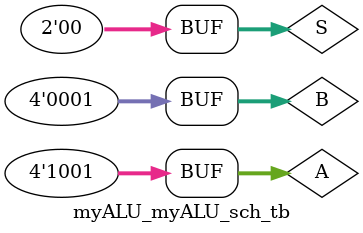
<source format=v>

`timescale 1ns / 1ps

module myALU_myALU_sch_tb();

// Inputs
   reg [1:0] S;
   reg [3:0] A;
   reg [3:0] B;

// Output
   wire Cout;
   wire [3:0] C;

// Bidirs

// Instantiate the UUT
   myALU UUT (
		.S(S), 
		.A(A), 
		.B(B), 
		.Cout(Cout), 
		.C(C)
   );
// Initialize Inputs
       initial begin
			S=2'b11;A=4'b1001;B=4'b0001;#50;
			S=2'b10;A=4'b1001;B=4'b0001;#50;
			S=2'b01;A=4'b1001;B=4'b0001;#50;
			S=2'b00;A=4'b1001;B=4'b0001;#50;
		 end
endmodule

</source>
